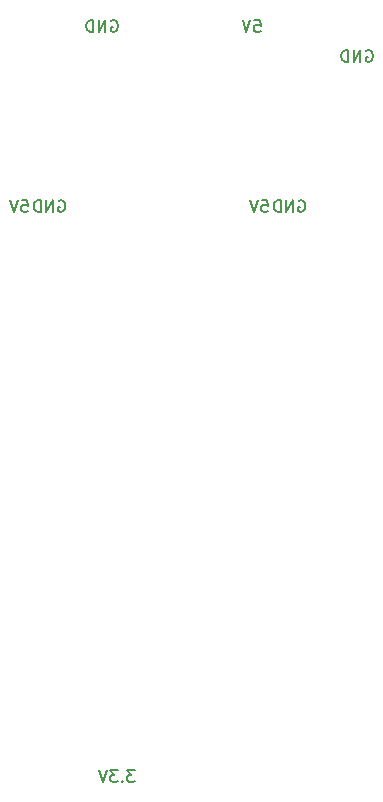
<source format=gbo>
%TF.GenerationSoftware,KiCad,Pcbnew,(6.0.8)*%
%TF.CreationDate,2022-11-23T10:53:18-05:00*%
%TF.ProjectId,upper_v3,75707065-725f-4763-932e-6b696361645f,rev?*%
%TF.SameCoordinates,Original*%
%TF.FileFunction,Legend,Bot*%
%TF.FilePolarity,Positive*%
%FSLAX46Y46*%
G04 Gerber Fmt 4.6, Leading zero omitted, Abs format (unit mm)*
G04 Created by KiCad (PCBNEW (6.0.8)) date 2022-11-23 10:53:18*
%MOMM*%
%LPD*%
G01*
G04 APERTURE LIST*
%ADD10C,0.150000*%
G04 APERTURE END LIST*
D10*
X139255476Y-60412380D02*
X139731666Y-60412380D01*
X139779285Y-60888571D01*
X139731666Y-60840952D01*
X139636428Y-60793333D01*
X139398333Y-60793333D01*
X139303095Y-60840952D01*
X139255476Y-60888571D01*
X139207857Y-60983809D01*
X139207857Y-61221904D01*
X139255476Y-61317142D01*
X139303095Y-61364761D01*
X139398333Y-61412380D01*
X139636428Y-61412380D01*
X139731666Y-61364761D01*
X139779285Y-61317142D01*
X138922142Y-60412380D02*
X138588809Y-61412380D01*
X138255476Y-60412380D01*
X139890476Y-75652380D02*
X140366666Y-75652380D01*
X140414285Y-76128571D01*
X140366666Y-76080952D01*
X140271428Y-76033333D01*
X140033333Y-76033333D01*
X139938095Y-76080952D01*
X139890476Y-76128571D01*
X139842857Y-76223809D01*
X139842857Y-76461904D01*
X139890476Y-76557142D01*
X139938095Y-76604761D01*
X140033333Y-76652380D01*
X140271428Y-76652380D01*
X140366666Y-76604761D01*
X140414285Y-76557142D01*
X139557142Y-75652380D02*
X139223809Y-76652380D01*
X138890476Y-75652380D01*
X143001904Y-75700000D02*
X143097142Y-75652380D01*
X143240000Y-75652380D01*
X143382857Y-75700000D01*
X143478095Y-75795238D01*
X143525714Y-75890476D01*
X143573333Y-76080952D01*
X143573333Y-76223809D01*
X143525714Y-76414285D01*
X143478095Y-76509523D01*
X143382857Y-76604761D01*
X143240000Y-76652380D01*
X143144761Y-76652380D01*
X143001904Y-76604761D01*
X142954285Y-76557142D01*
X142954285Y-76223809D01*
X143144761Y-76223809D01*
X142525714Y-76652380D02*
X142525714Y-75652380D01*
X141954285Y-76652380D01*
X141954285Y-75652380D01*
X141478095Y-76652380D02*
X141478095Y-75652380D01*
X141240000Y-75652380D01*
X141097142Y-75700000D01*
X141001904Y-75795238D01*
X140954285Y-75890476D01*
X140906666Y-76080952D01*
X140906666Y-76223809D01*
X140954285Y-76414285D01*
X141001904Y-76509523D01*
X141097142Y-76604761D01*
X141240000Y-76652380D01*
X141478095Y-76652380D01*
X119570476Y-75652380D02*
X120046666Y-75652380D01*
X120094285Y-76128571D01*
X120046666Y-76080952D01*
X119951428Y-76033333D01*
X119713333Y-76033333D01*
X119618095Y-76080952D01*
X119570476Y-76128571D01*
X119522857Y-76223809D01*
X119522857Y-76461904D01*
X119570476Y-76557142D01*
X119618095Y-76604761D01*
X119713333Y-76652380D01*
X119951428Y-76652380D01*
X120046666Y-76604761D01*
X120094285Y-76557142D01*
X119237142Y-75652380D02*
X118903809Y-76652380D01*
X118570476Y-75652380D01*
X122681904Y-75700000D02*
X122777142Y-75652380D01*
X122920000Y-75652380D01*
X123062857Y-75700000D01*
X123158095Y-75795238D01*
X123205714Y-75890476D01*
X123253333Y-76080952D01*
X123253333Y-76223809D01*
X123205714Y-76414285D01*
X123158095Y-76509523D01*
X123062857Y-76604761D01*
X122920000Y-76652380D01*
X122824761Y-76652380D01*
X122681904Y-76604761D01*
X122634285Y-76557142D01*
X122634285Y-76223809D01*
X122824761Y-76223809D01*
X122205714Y-76652380D02*
X122205714Y-75652380D01*
X121634285Y-76652380D01*
X121634285Y-75652380D01*
X121158095Y-76652380D02*
X121158095Y-75652380D01*
X120920000Y-75652380D01*
X120777142Y-75700000D01*
X120681904Y-75795238D01*
X120634285Y-75890476D01*
X120586666Y-76080952D01*
X120586666Y-76223809D01*
X120634285Y-76414285D01*
X120681904Y-76509523D01*
X120777142Y-76604761D01*
X120920000Y-76652380D01*
X121158095Y-76652380D01*
X127126904Y-60460000D02*
X127222142Y-60412380D01*
X127365000Y-60412380D01*
X127507857Y-60460000D01*
X127603095Y-60555238D01*
X127650714Y-60650476D01*
X127698333Y-60840952D01*
X127698333Y-60983809D01*
X127650714Y-61174285D01*
X127603095Y-61269523D01*
X127507857Y-61364761D01*
X127365000Y-61412380D01*
X127269761Y-61412380D01*
X127126904Y-61364761D01*
X127079285Y-61317142D01*
X127079285Y-60983809D01*
X127269761Y-60983809D01*
X126650714Y-61412380D02*
X126650714Y-60412380D01*
X126079285Y-61412380D01*
X126079285Y-60412380D01*
X125603095Y-61412380D02*
X125603095Y-60412380D01*
X125365000Y-60412380D01*
X125222142Y-60460000D01*
X125126904Y-60555238D01*
X125079285Y-60650476D01*
X125031666Y-60840952D01*
X125031666Y-60983809D01*
X125079285Y-61174285D01*
X125126904Y-61269523D01*
X125222142Y-61364761D01*
X125365000Y-61412380D01*
X125603095Y-61412380D01*
X129111190Y-123912380D02*
X128492142Y-123912380D01*
X128825476Y-124293333D01*
X128682619Y-124293333D01*
X128587380Y-124340952D01*
X128539761Y-124388571D01*
X128492142Y-124483809D01*
X128492142Y-124721904D01*
X128539761Y-124817142D01*
X128587380Y-124864761D01*
X128682619Y-124912380D01*
X128968333Y-124912380D01*
X129063571Y-124864761D01*
X129111190Y-124817142D01*
X128063571Y-124817142D02*
X128015952Y-124864761D01*
X128063571Y-124912380D01*
X128111190Y-124864761D01*
X128063571Y-124817142D01*
X128063571Y-124912380D01*
X127682619Y-123912380D02*
X127063571Y-123912380D01*
X127396904Y-124293333D01*
X127254047Y-124293333D01*
X127158809Y-124340952D01*
X127111190Y-124388571D01*
X127063571Y-124483809D01*
X127063571Y-124721904D01*
X127111190Y-124817142D01*
X127158809Y-124864761D01*
X127254047Y-124912380D01*
X127539761Y-124912380D01*
X127635000Y-124864761D01*
X127682619Y-124817142D01*
X126777857Y-123912380D02*
X126444523Y-124912380D01*
X126111190Y-123912380D01*
X148716904Y-63000000D02*
X148812142Y-62952380D01*
X148955000Y-62952380D01*
X149097857Y-63000000D01*
X149193095Y-63095238D01*
X149240714Y-63190476D01*
X149288333Y-63380952D01*
X149288333Y-63523809D01*
X149240714Y-63714285D01*
X149193095Y-63809523D01*
X149097857Y-63904761D01*
X148955000Y-63952380D01*
X148859761Y-63952380D01*
X148716904Y-63904761D01*
X148669285Y-63857142D01*
X148669285Y-63523809D01*
X148859761Y-63523809D01*
X148240714Y-63952380D02*
X148240714Y-62952380D01*
X147669285Y-63952380D01*
X147669285Y-62952380D01*
X147193095Y-63952380D02*
X147193095Y-62952380D01*
X146955000Y-62952380D01*
X146812142Y-63000000D01*
X146716904Y-63095238D01*
X146669285Y-63190476D01*
X146621666Y-63380952D01*
X146621666Y-63523809D01*
X146669285Y-63714285D01*
X146716904Y-63809523D01*
X146812142Y-63904761D01*
X146955000Y-63952380D01*
X147193095Y-63952380D01*
M02*

</source>
